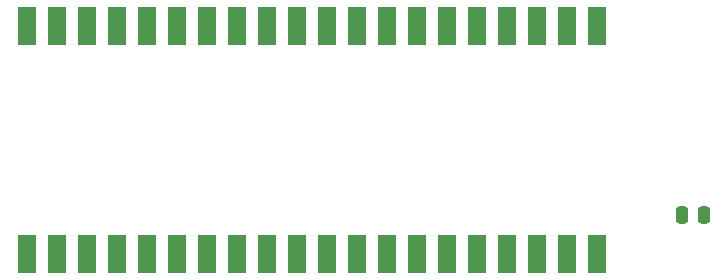
<source format=gtp>
%TF.GenerationSoftware,KiCad,Pcbnew,6.0.5-a6ca702e91~116~ubuntu22.04.1*%
%TF.CreationDate,2022-07-07T11:21:45+05:30*%
%TF.ProjectId,macro_pad,6d616372-6f5f-4706-9164-2e6b69636164,rev?*%
%TF.SameCoordinates,Original*%
%TF.FileFunction,Paste,Top*%
%TF.FilePolarity,Positive*%
%FSLAX46Y46*%
G04 Gerber Fmt 4.6, Leading zero omitted, Abs format (unit mm)*
G04 Created by KiCad (PCBNEW 6.0.5-a6ca702e91~116~ubuntu22.04.1) date 2022-07-07 11:21:45*
%MOMM*%
%LPD*%
G01*
G04 APERTURE LIST*
G04 Aperture macros list*
%AMRoundRect*
0 Rectangle with rounded corners*
0 $1 Rounding radius*
0 $2 $3 $4 $5 $6 $7 $8 $9 X,Y pos of 4 corners*
0 Add a 4 corners polygon primitive as box body*
4,1,4,$2,$3,$4,$5,$6,$7,$8,$9,$2,$3,0*
0 Add four circle primitives for the rounded corners*
1,1,$1+$1,$2,$3*
1,1,$1+$1,$4,$5*
1,1,$1+$1,$6,$7*
1,1,$1+$1,$8,$9*
0 Add four rect primitives between the rounded corners*
20,1,$1+$1,$2,$3,$4,$5,0*
20,1,$1+$1,$4,$5,$6,$7,0*
20,1,$1+$1,$6,$7,$8,$9,0*
20,1,$1+$1,$8,$9,$2,$3,0*%
G04 Aperture macros list end*
%ADD10R,1.600000X3.200000*%
%ADD11RoundRect,0.250000X0.250000X0.475000X-0.250000X0.475000X-0.250000X-0.475000X0.250000X-0.475000X0*%
G04 APERTURE END LIST*
D10*
%TO.C,U2*%
X99880000Y-99580000D03*
X102420000Y-99580000D03*
X104960000Y-99580000D03*
X107500000Y-99580000D03*
X110040000Y-99580000D03*
X112580000Y-99580000D03*
X115120000Y-99580000D03*
X117660000Y-99580000D03*
X120200000Y-99580000D03*
X122740000Y-99580000D03*
X125280000Y-99580000D03*
X127820000Y-99580000D03*
X130360000Y-99580000D03*
X132900000Y-99580000D03*
X135440000Y-99580000D03*
X137980000Y-99580000D03*
X140520000Y-99580000D03*
X143060000Y-99580000D03*
X145600000Y-99580000D03*
X148140000Y-99580000D03*
X148120000Y-80200000D03*
X145580000Y-80200000D03*
X143040000Y-80200000D03*
X140500000Y-80200000D03*
X137960000Y-80200000D03*
X135420000Y-80200000D03*
X132880000Y-80200000D03*
X130340000Y-80200000D03*
X127800000Y-80200000D03*
X125260000Y-80200000D03*
X122720000Y-80200000D03*
X120180000Y-80200000D03*
X117640000Y-80200000D03*
X115100000Y-80200000D03*
X112560000Y-80200000D03*
X110020000Y-80200000D03*
X107480000Y-80200000D03*
X104940000Y-80200000D03*
X102400000Y-80200000D03*
X99860000Y-80200000D03*
%TD*%
D11*
%TO.C,C1*%
X157240000Y-96260000D03*
X155340000Y-96260000D03*
%TD*%
M02*

</source>
